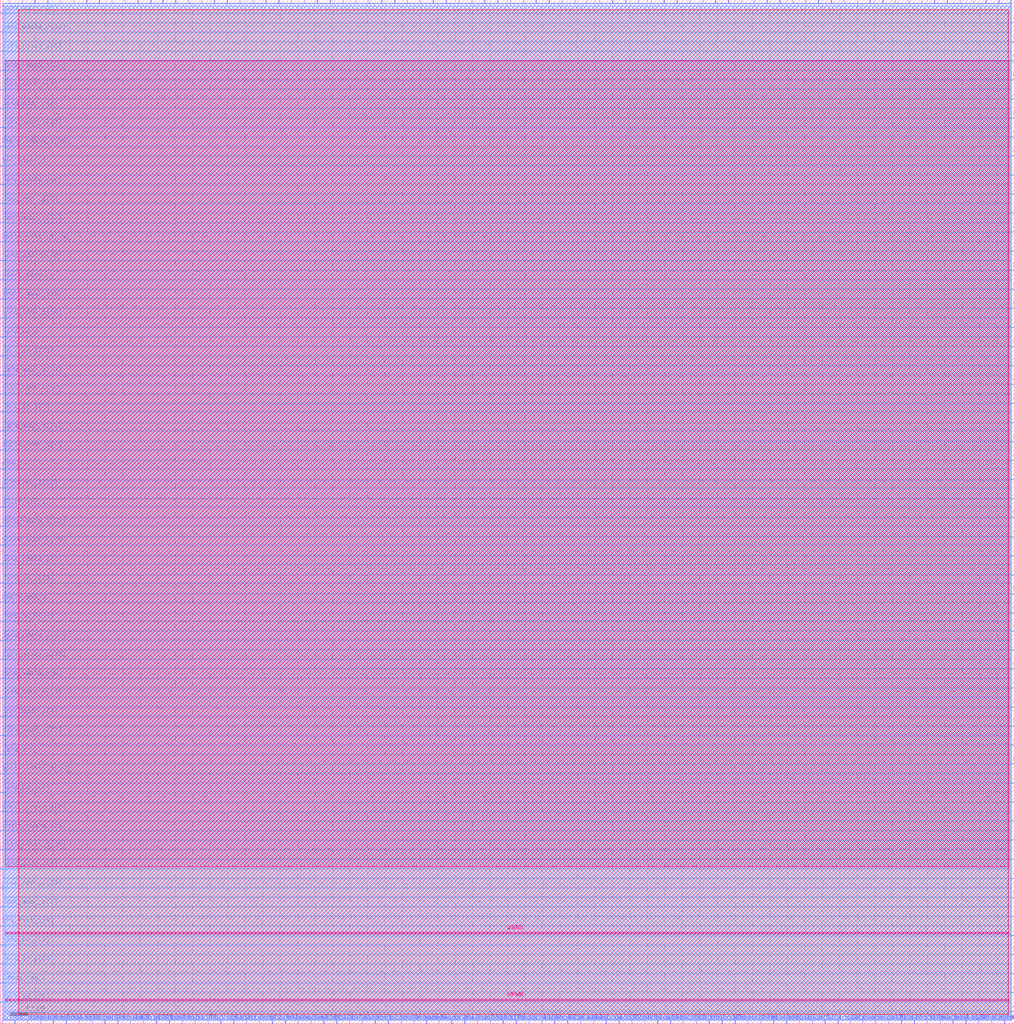
<source format=lef>
VERSION 5.7 ;
  NOWIREEXTENSIONATPIN ON ;
  DIVIDERCHAR "/" ;
  BUSBITCHARS "[]" ;
MACRO ibex_core
  CLASS BLOCK ;
  FOREIGN ibex_core ;
  ORIGIN 0.000 0.000 ;
  SIZE 1159.485 BY 1170.205 ;
  PIN alert_major_o
    DIRECTION OUTPUT TRISTATE ;
    PORT
      LAYER met2 ;
        RECT 722.290 0.000 722.570 4.000 ;
    END
  END alert_major_o
  PIN alert_minor_o
    DIRECTION OUTPUT TRISTATE ;
    PORT
      LAYER met3 ;
        RECT 0.000 850.040 4.000 850.640 ;
    END
  END alert_minor_o
  PIN boot_addr_i[0]
    DIRECTION INPUT ;
    PORT
      LAYER met2 ;
        RECT 1089.370 0.000 1089.650 4.000 ;
    END
  END boot_addr_i[0]
  PIN boot_addr_i[10]
    DIRECTION INPUT ;
    PORT
      LAYER met2 ;
        RECT 1141.810 1166.205 1142.090 1170.205 ;
    END
  END boot_addr_i[10]
  PIN boot_addr_i[11]
    DIRECTION INPUT ;
    PORT
      LAYER met3 ;
        RECT 1155.485 340.040 1159.485 340.640 ;
    END
  END boot_addr_i[11]
  PIN boot_addr_i[12]
    DIRECTION INPUT ;
    PORT
      LAYER met2 ;
        RECT 465.610 1166.205 465.890 1170.205 ;
    END
  END boot_addr_i[12]
  PIN boot_addr_i[13]
    DIRECTION INPUT ;
    PORT
      LAYER met3 ;
        RECT 0.000 915.320 4.000 915.920 ;
    END
  END boot_addr_i[13]
  PIN boot_addr_i[14]
    DIRECTION INPUT ;
    PORT
      LAYER met2 ;
        RECT 530.930 0.000 531.210 4.000 ;
    END
  END boot_addr_i[14]
  PIN boot_addr_i[15]
    DIRECTION INPUT ;
    PORT
      LAYER met3 ;
        RECT 0.000 806.520 4.000 807.120 ;
    END
  END boot_addr_i[15]
  PIN boot_addr_i[16]
    DIRECTION INPUT ;
    PORT
      LAYER met2 ;
        RECT 759.090 1166.205 759.370 1170.205 ;
    END
  END boot_addr_i[16]
  PIN boot_addr_i[17]
    DIRECTION INPUT ;
    PORT
      LAYER met2 ;
        RECT 10.210 1166.205 10.490 1170.205 ;
    END
  END boot_addr_i[17]
  PIN boot_addr_i[18]
    DIRECTION INPUT ;
    PORT
      LAYER met2 ;
        RECT 83.810 1166.205 84.090 1170.205 ;
    END
  END boot_addr_i[18]
  PIN boot_addr_i[19]
    DIRECTION INPUT ;
    PORT
      LAYER met2 ;
        RECT 178.570 0.000 178.850 4.000 ;
    END
  END boot_addr_i[19]
  PIN boot_addr_i[1]
    DIRECTION INPUT ;
    PORT
      LAYER met3 ;
        RECT 0.000 133.320 4.000 133.920 ;
    END
  END boot_addr_i[1]
  PIN boot_addr_i[20]
    DIRECTION INPUT ;
    PORT
      LAYER met2 ;
        RECT 487.690 0.000 487.970 4.000 ;
    END
  END boot_addr_i[20]
  PIN boot_addr_i[21]
    DIRECTION INPUT ;
    PORT
      LAYER met2 ;
        RECT 39.650 1166.205 39.930 1170.205 ;
    END
  END boot_addr_i[21]
  PIN boot_addr_i[22]
    DIRECTION INPUT ;
    PORT
      LAYER met2 ;
        RECT 553.930 1166.205 554.210 1170.205 ;
    END
  END boot_addr_i[22]
  PIN boot_addr_i[23]
    DIRECTION INPUT ;
    PORT
      LAYER met2 ;
        RECT 692.850 0.000 693.130 4.000 ;
    END
  END boot_addr_i[23]
  PIN boot_addr_i[24]
    DIRECTION INPUT ;
    PORT
      LAYER met2 ;
        RECT 281.610 0.000 281.890 4.000 ;
    END
  END boot_addr_i[24]
  PIN boot_addr_i[25]
    DIRECTION INPUT ;
    PORT
      LAYER met2 ;
        RECT 369.930 0.000 370.210 4.000 ;
    END
  END boot_addr_i[25]
  PIN boot_addr_i[26]
    DIRECTION INPUT ;
    PORT
      LAYER met2 ;
        RECT 1015.770 0.000 1016.050 4.000 ;
    END
  END boot_addr_i[26]
  PIN boot_addr_i[27]
    DIRECTION INPUT ;
    PORT
      LAYER met2 ;
        RECT 575.090 0.000 575.370 4.000 ;
    END
  END boot_addr_i[27]
  PIN boot_addr_i[28]
    DIRECTION INPUT ;
    PORT
      LAYER met2 ;
        RECT 781.170 0.000 781.450 4.000 ;
    END
  END boot_addr_i[28]
  PIN boot_addr_i[29]
    DIRECTION INPUT ;
    PORT
      LAYER met2 ;
        RECT 803.250 1166.205 803.530 1170.205 ;
    END
  END boot_addr_i[29]
  PIN boot_addr_i[2]
    DIRECTION INPUT ;
    PORT
      LAYER met3 ;
        RECT 0.000 1067.640 4.000 1068.240 ;
    END
  END boot_addr_i[2]
  PIN boot_addr_i[30]
    DIRECTION INPUT ;
    PORT
      LAYER met2 ;
        RECT 75.530 0.000 75.810 4.000 ;
    END
  END boot_addr_i[30]
  PIN boot_addr_i[31]
    DIRECTION INPUT ;
    PORT
      LAYER met2 ;
        RECT 598.090 1166.205 598.370 1170.205 ;
    END
  END boot_addr_i[31]
  PIN boot_addr_i[3]
    DIRECTION INPUT ;
    PORT
      LAYER met3 ;
        RECT 0.000 937.080 4.000 937.680 ;
    END
  END boot_addr_i[3]
  PIN boot_addr_i[4]
    DIRECTION INPUT ;
    PORT
      LAYER met3 ;
        RECT 1155.485 78.920 1159.485 79.520 ;
    END
  END boot_addr_i[4]
  PIN boot_addr_i[5]
    DIRECTION INPUT ;
    PORT
      LAYER met3 ;
        RECT 1155.485 1078.520 1159.485 1079.120 ;
    END
  END boot_addr_i[5]
  PIN boot_addr_i[6]
    DIRECTION INPUT ;
    PORT
      LAYER met2 ;
        RECT 854.770 0.000 855.050 4.000 ;
    END
  END boot_addr_i[6]
  PIN boot_addr_i[7]
    DIRECTION INPUT ;
    PORT
      LAYER met3 ;
        RECT 0.000 350.920 4.000 351.520 ;
    END
  END boot_addr_i[7]
  PIN boot_addr_i[8]
    DIRECTION INPUT ;
    PORT
      LAYER met2 ;
        RECT 972.530 0.000 972.810 4.000 ;
    END
  END boot_addr_i[8]
  PIN boot_addr_i[9]
    DIRECTION INPUT ;
    PORT
      LAYER met2 ;
        RECT 384.650 0.000 384.930 4.000 ;
    END
  END boot_addr_i[9]
  PIN clk_i
    DIRECTION INPUT ;
    PORT
      LAYER met2 ;
        RECT 913.650 0.000 913.930 4.000 ;
    END
  END clk_i
  PIN core_sleep_o
    DIRECTION OUTPUT TRISTATE ;
    PORT
      LAYER met2 ;
        RECT 700.210 1166.205 700.490 1170.205 ;
    END
  END core_sleep_o
  PIN data_addr_o[0]
    DIRECTION OUTPUT TRISTATE ;
    PORT
      LAYER met3 ;
        RECT 1155.485 1035.000 1159.485 1035.600 ;
    END
  END data_addr_o[0]
  PIN data_addr_o[10]
    DIRECTION OUTPUT TRISTATE ;
    PORT
      LAYER met3 ;
        RECT 0.000 1024.120 4.000 1024.720 ;
    END
  END data_addr_o[10]
  PIN data_addr_o[11]
    DIRECTION OUTPUT TRISTATE ;
    PORT
      LAYER met3 ;
        RECT 0.000 372.680 4.000 373.280 ;
    END
  END data_addr_o[11]
  PIN data_addr_o[12]
    DIRECTION OUTPUT TRISTATE ;
    PORT
      LAYER met3 ;
        RECT 0.000 871.800 4.000 872.400 ;
    END
  END data_addr_o[12]
  PIN data_addr_o[13]
    DIRECTION OUTPUT TRISTATE ;
    PORT
      LAYER met3 ;
        RECT 0.000 677.320 4.000 677.920 ;
    END
  END data_addr_o[13]
  PIN data_addr_o[14]
    DIRECTION OUTPUT TRISTATE ;
    PORT
      LAYER met2 ;
        RECT 950.450 1166.205 950.730 1170.205 ;
    END
  END data_addr_o[14]
  PIN data_addr_o[15]
    DIRECTION OUTPUT TRISTATE ;
    PORT
      LAYER met3 ;
        RECT 1155.485 839.160 1159.485 839.760 ;
    END
  END data_addr_o[15]
  PIN data_addr_o[16]
    DIRECTION OUTPUT TRISTATE ;
    PORT
      LAYER met2 ;
        RECT 472.970 0.000 473.250 4.000 ;
    END
  END data_addr_o[16]
  PIN data_addr_o[17]
    DIRECTION OUTPUT TRISTATE ;
    PORT
      LAYER met2 ;
        RECT 333.130 1166.205 333.410 1170.205 ;
    END
  END data_addr_o[17]
  PIN data_addr_o[18]
    DIRECTION OUTPUT TRISTATE ;
    PORT
      LAYER met2 ;
        RECT 737.010 0.000 737.290 4.000 ;
    END
  END data_addr_o[18]
  PIN data_addr_o[19]
    DIRECTION OUTPUT TRISTATE ;
    PORT
      LAYER met3 ;
        RECT 0.000 719.480 4.000 720.080 ;
    END
  END data_addr_o[19]
  PIN data_addr_o[1]
    DIRECTION OUTPUT TRISTATE ;
    PORT
      LAYER met3 ;
        RECT 1155.485 1100.280 1159.485 1100.880 ;
    END
  END data_addr_o[1]
  PIN data_addr_o[20]
    DIRECTION OUTPUT TRISTATE ;
    PORT
      LAYER met2 ;
        RECT 355.210 0.000 355.490 4.000 ;
    END
  END data_addr_o[20]
  PIN data_addr_o[21]
    DIRECTION OUTPUT TRISTATE ;
    PORT
      LAYER met3 ;
        RECT 1155.485 13.640 1159.485 14.240 ;
    END
  END data_addr_o[21]
  PIN data_addr_o[22]
    DIRECTION OUTPUT TRISTATE ;
    PORT
      LAYER met3 ;
        RECT 0.000 329.160 4.000 329.760 ;
    END
  END data_addr_o[22]
  PIN data_addr_o[23]
    DIRECTION OUTPUT TRISTATE ;
    PORT
      LAYER met3 ;
        RECT 1155.485 730.360 1159.485 730.960 ;
    END
  END data_addr_o[23]
  PIN data_addr_o[24]
    DIRECTION OUTPUT TRISTATE ;
    PORT
      LAYER met3 ;
        RECT 0.000 741.240 4.000 741.840 ;
    END
  END data_addr_o[24]
  PIN data_addr_o[25]
    DIRECTION OUTPUT TRISTATE ;
    PORT
      LAYER met3 ;
        RECT 0.000 155.080 4.000 155.680 ;
    END
  END data_addr_o[25]
  PIN data_addr_o[26]
    DIRECTION OUTPUT TRISTATE ;
    PORT
      LAYER met2 ;
        RECT 604.530 0.000 604.810 4.000 ;
    END
  END data_addr_o[26]
  PIN data_addr_o[27]
    DIRECTION OUTPUT TRISTATE ;
    PORT
      LAYER met2 ;
        RECT 1127.090 1166.205 1127.370 1170.205 ;
    END
  END data_addr_o[27]
  PIN data_addr_o[28]
    DIRECTION OUTPUT TRISTATE ;
    PORT
      LAYER met3 ;
        RECT 1155.485 621.560 1159.485 622.160 ;
    END
  END data_addr_o[28]
  PIN data_addr_o[29]
    DIRECTION OUTPUT TRISTATE ;
    PORT
      LAYER met2 ;
        RECT 303.690 1166.205 303.970 1170.205 ;
    END
  END data_addr_o[29]
  PIN data_addr_o[2]
    DIRECTION OUTPUT TRISTATE ;
    PORT
      LAYER met3 ;
        RECT 0.000 1045.880 4.000 1046.480 ;
    END
  END data_addr_o[2]
  PIN data_addr_o[30]
    DIRECTION OUTPUT TRISTATE ;
    PORT
      LAYER met2 ;
        RECT 729.650 1166.205 729.930 1170.205 ;
    END
  END data_addr_o[30]
  PIN data_addr_o[31]
    DIRECTION OUTPUT TRISTATE ;
    PORT
      LAYER met3 ;
        RECT 1155.485 1013.240 1159.485 1013.840 ;
    END
  END data_addr_o[31]
  PIN data_addr_o[3]
    DIRECTION OUTPUT TRISTATE ;
    PORT
      LAYER met3 ;
        RECT 0.000 176.840 4.000 177.440 ;
    END
  END data_addr_o[3]
  PIN data_addr_o[4]
    DIRECTION OUTPUT TRISTATE ;
    PORT
      LAYER met3 ;
        RECT 1155.485 405.320 1159.485 405.920 ;
    END
  END data_addr_o[4]
  PIN data_addr_o[5]
    DIRECTION OUTPUT TRISTATE ;
    PORT
      LAYER met3 ;
        RECT 1155.485 708.600 1159.485 709.200 ;
    END
  END data_addr_o[5]
  PIN data_addr_o[6]
    DIRECTION OUTPUT TRISTATE ;
    PORT
      LAYER met3 ;
        RECT 0.000 1154.680 4.000 1155.280 ;
    END
  END data_addr_o[6]
  PIN data_addr_o[7]
    DIRECTION OUTPUT TRISTATE ;
    PORT
      LAYER met2 ;
        RECT 399.370 0.000 399.650 4.000 ;
    END
  END data_addr_o[7]
  PIN data_addr_o[8]
    DIRECTION OUTPUT TRISTATE ;
    PORT
      LAYER met3 ;
        RECT 1155.485 361.800 1159.485 362.400 ;
    END
  END data_addr_o[8]
  PIN data_addr_o[9]
    DIRECTION OUTPUT TRISTATE ;
    PORT
      LAYER met2 ;
        RECT 766.450 0.000 766.730 4.000 ;
    END
  END data_addr_o[9]
  PIN data_be_o[0]
    DIRECTION OUTPUT TRISTATE ;
    PORT
      LAYER met3 ;
        RECT 0.000 263.880 4.000 264.480 ;
    END
  END data_be_o[0]
  PIN data_be_o[1]
    DIRECTION OUTPUT TRISTATE ;
    PORT
      LAYER met2 ;
        RECT 392.010 1166.205 392.290 1170.205 ;
    END
  END data_be_o[1]
  PIN data_be_o[2]
    DIRECTION OUTPUT TRISTATE ;
    PORT
      LAYER met3 ;
        RECT 0.000 89.800 4.000 90.400 ;
    END
  END data_be_o[2]
  PIN data_be_o[3]
    DIRECTION OUTPUT TRISTATE ;
    PORT
      LAYER met2 ;
        RECT 832.690 1166.205 832.970 1170.205 ;
    END
  END data_be_o[3]
  PIN data_err_i
    DIRECTION INPUT ;
    PORT
      LAYER met3 ;
        RECT 0.000 307.400 4.000 308.000 ;
    END
  END data_err_i
  PIN data_gnt_i
    DIRECTION INPUT ;
    PORT
      LAYER met3 ;
        RECT 1155.485 144.200 1159.485 144.800 ;
    END
  END data_gnt_i
  PIN data_rdata_i[0]
    DIRECTION INPUT ;
    PORT
      LAYER met3 ;
        RECT 0.000 525.000 4.000 525.600 ;
    END
  END data_rdata_i[0]
  PIN data_rdata_i[10]
    DIRECTION INPUT ;
    PORT
      LAYER met2 ;
        RECT 516.210 0.000 516.490 4.000 ;
    END
  END data_rdata_i[10]
  PIN data_rdata_i[11]
    DIRECTION INPUT ;
    PORT
      LAYER met2 ;
        RECT 840.050 0.000 840.330 4.000 ;
    END
  END data_rdata_i[11]
  PIN data_rdata_i[12]
    DIRECTION INPUT ;
    PORT
      LAYER met2 ;
        RECT 436.170 1166.205 436.450 1170.205 ;
    END
  END data_rdata_i[12]
  PIN data_rdata_i[13]
    DIRECTION INPUT ;
    PORT
      LAYER met2 ;
        RECT 648.690 0.000 648.970 4.000 ;
    END
  END data_rdata_i[13]
  PIN data_rdata_i[14]
    DIRECTION INPUT ;
    PORT
      LAYER met3 ;
        RECT 1155.485 991.480 1159.485 992.080 ;
    END
  END data_rdata_i[14]
  PIN data_rdata_i[15]
    DIRECTION INPUT ;
    PORT
      LAYER met3 ;
        RECT 1155.485 1122.040 1159.485 1122.640 ;
    END
  END data_rdata_i[15]
  PIN data_rdata_i[16]
    DIRECTION INPUT ;
    PORT
      LAYER met3 ;
        RECT 0.000 437.960 4.000 438.560 ;
    END
  END data_rdata_i[16]
  PIN data_rdata_i[17]
    DIRECTION INPUT ;
    PORT
      LAYER met3 ;
        RECT 1155.485 643.320 1159.485 643.920 ;
    END
  END data_rdata_i[17]
  PIN data_rdata_i[18]
    DIRECTION INPUT ;
    PORT
      LAYER met2 ;
        RECT 495.050 1166.205 495.330 1170.205 ;
    END
  END data_rdata_i[18]
  PIN data_rdata_i[19]
    DIRECTION INPUT ;
    PORT
      LAYER met2 ;
        RECT 31.370 0.000 31.650 4.000 ;
    END
  END data_rdata_i[19]
  PIN data_rdata_i[1]
    DIRECTION INPUT ;
    PORT
      LAYER met2 ;
        RECT 252.170 0.000 252.450 4.000 ;
    END
  END data_rdata_i[1]
  PIN data_rdata_i[20]
    DIRECTION INPUT ;
    PORT
      LAYER met3 ;
        RECT 0.000 1089.400 4.000 1090.000 ;
    END
  END data_rdata_i[20]
  PIN data_rdata_i[21]
    DIRECTION INPUT ;
    PORT
      LAYER met3 ;
        RECT 0.000 568.520 4.000 569.120 ;
    END
  END data_rdata_i[21]
  PIN data_rdata_i[22]
    DIRECTION INPUT ;
    PORT
      LAYER met3 ;
        RECT 1155.485 469.240 1159.485 469.840 ;
    END
  END data_rdata_i[22]
  PIN data_rdata_i[23]
    DIRECTION INPUT ;
    PORT
      LAYER met2 ;
        RECT 296.330 0.000 296.610 4.000 ;
    END
  END data_rdata_i[23]
  PIN data_rdata_i[24]
    DIRECTION INPUT ;
    PORT
      LAYER met2 ;
        RECT 619.250 0.000 619.530 4.000 ;
    END
  END data_rdata_i[24]
  PIN data_rdata_i[25]
    DIRECTION INPUT ;
    PORT
      LAYER met2 ;
        RECT 965.170 1166.205 965.450 1170.205 ;
    END
  END data_rdata_i[25]
  PIN data_rdata_i[26]
    DIRECTION INPUT ;
    PORT
      LAYER met3 ;
        RECT 0.000 198.600 4.000 199.200 ;
    END
  END data_rdata_i[26]
  PIN data_rdata_i[27]
    DIRECTION INPUT ;
    PORT
      LAYER met3 ;
        RECT 1155.485 1143.800 1159.485 1144.400 ;
    END
  END data_rdata_i[27]
  PIN data_rdata_i[28]
    DIRECTION INPUT ;
    PORT
      LAYER met2 ;
        RECT 501.490 0.000 501.770 4.000 ;
    END
  END data_rdata_i[28]
  PIN data_rdata_i[29]
    DIRECTION INPUT ;
    PORT
      LAYER met2 ;
        RECT 986.330 0.000 986.610 4.000 ;
    END
  END data_rdata_i[29]
  PIN data_rdata_i[2]
    DIRECTION INPUT ;
    PORT
      LAYER met2 ;
        RECT 560.370 0.000 560.650 4.000 ;
    END
  END data_rdata_i[2]
  PIN data_rdata_i[30]
    DIRECTION INPUT ;
    PORT
      LAYER met2 ;
        RECT 266.890 0.000 267.170 4.000 ;
    END
  END data_rdata_i[30]
  PIN data_rdata_i[31]
    DIRECTION INPUT ;
    PORT
      LAYER met2 ;
        RECT 274.250 1166.205 274.530 1170.205 ;
    END
  END data_rdata_i[31]
  PIN data_rdata_i[3]
    DIRECTION INPUT ;
    PORT
      LAYER met2 ;
        RECT 259.530 1166.205 259.810 1170.205 ;
    END
  END data_rdata_i[3]
  PIN data_rdata_i[4]
    DIRECTION INPUT ;
    PORT
      LAYER met2 ;
        RECT 185.930 1166.205 186.210 1170.205 ;
    END
  END data_rdata_i[4]
  PIN data_rdata_i[5]
    DIRECTION INPUT ;
    PORT
      LAYER met3 ;
        RECT 1155.485 35.400 1159.485 36.000 ;
    END
  END data_rdata_i[5]
  PIN data_rdata_i[6]
    DIRECTION INPUT ;
    PORT
      LAYER met3 ;
        RECT 0.000 1111.160 4.000 1111.760 ;
    END
  END data_rdata_i[6]
  PIN data_rdata_i[7]
    DIRECTION INPUT ;
    PORT
      LAYER met2 ;
        RECT 24.930 1166.205 25.210 1170.205 ;
    END
  END data_rdata_i[7]
  PIN data_rdata_i[8]
    DIRECTION INPUT ;
    PORT
      LAYER met2 ;
        RECT 98.530 1166.205 98.810 1170.205 ;
    END
  END data_rdata_i[8]
  PIN data_rdata_i[9]
    DIRECTION INPUT ;
    PORT
      LAYER met2 ;
        RECT 979.890 1166.205 980.170 1170.205 ;
    END
  END data_rdata_i[9]
  PIN data_req_o
    DIRECTION OUTPUT TRISTATE ;
    PORT
      LAYER met2 ;
        RECT 524.490 1166.205 524.770 1170.205 ;
    END
  END data_req_o
  PIN data_rvalid_i
    DIRECTION INPUT ;
    PORT
      LAYER met2 ;
        RECT 906.290 1166.205 906.570 1170.205 ;
    END
  END data_rvalid_i
  PIN data_wdata_o[0]
    DIRECTION OUTPUT TRISTATE ;
    PORT
      LAYER met3 ;
        RECT 0.000 958.840 4.000 959.440 ;
    END
  END data_wdata_o[0]
  PIN data_wdata_o[10]
    DIRECTION OUTPUT TRISTATE ;
    PORT
      LAYER met3 ;
        RECT 1155.485 665.080 1159.485 665.680 ;
    END
  END data_wdata_o[10]
  PIN data_wdata_o[11]
    DIRECTION OUTPUT TRISTATE ;
    PORT
      LAYER met3 ;
        RECT 1155.485 904.440 1159.485 905.040 ;
    END
  END data_wdata_o[11]
  PIN data_wdata_o[12]
    DIRECTION OUTPUT TRISTATE ;
    PORT
      LAYER met2 ;
        RECT 663.410 0.000 663.690 4.000 ;
    END
  END data_wdata_o[12]
  PIN data_wdata_o[13]
    DIRECTION OUTPUT TRISTATE ;
    PORT
      LAYER met3 ;
        RECT 1155.485 448.840 1159.485 449.440 ;
    END
  END data_wdata_o[13]
  PIN data_wdata_o[14]
    DIRECTION OUTPUT TRISTATE ;
    PORT
      LAYER met3 ;
        RECT 1155.485 383.560 1159.485 384.160 ;
    END
  END data_wdata_o[14]
  PIN data_wdata_o[15]
    DIRECTION OUTPUT TRISTATE ;
    PORT
      LAYER met3 ;
        RECT 1155.485 165.960 1159.485 166.560 ;
    END
  END data_wdata_o[15]
  PIN data_wdata_o[16]
    DIRECTION OUTPUT TRISTATE ;
    PORT
      LAYER met2 ;
        RECT 230.090 1166.205 230.370 1170.205 ;
    END
  END data_wdata_o[16]
  PIN data_wdata_o[17]
    DIRECTION OUTPUT TRISTATE ;
    PORT
      LAYER met2 ;
        RECT 509.770 1166.205 510.050 1170.205 ;
    END
  END data_wdata_o[17]
  PIN data_wdata_o[18]
    DIRECTION OUTPUT TRISTATE ;
    PORT
      LAYER met2 ;
        RECT 16.650 0.000 16.930 4.000 ;
    END
  END data_wdata_o[18]
  PIN data_wdata_o[19]
    DIRECTION OUTPUT TRISTATE ;
    PORT
      LAYER met2 ;
        RECT 1133.530 0.000 1133.810 4.000 ;
    END
  END data_wdata_o[19]
  PIN data_wdata_o[1]
    DIRECTION OUTPUT TRISTATE ;
    PORT
      LAYER met2 ;
        RECT 1118.810 0.000 1119.090 4.000 ;
    END
  END data_wdata_o[1]
  PIN data_wdata_o[20]
    DIRECTION OUTPUT TRISTATE ;
    PORT
      LAYER met2 ;
        RECT 1053.490 1166.205 1053.770 1170.205 ;
    END
  END data_wdata_o[20]
  PIN data_wdata_o[21]
    DIRECTION OUTPUT TRISTATE ;
    PORT
      LAYER met2 ;
        RECT 612.810 1166.205 613.090 1170.205 ;
    END
  END data_wdata_o[21]
  PIN data_wdata_o[22]
    DIRECTION OUTPUT TRISTATE ;
    PORT
      LAYER met3 ;
        RECT 0.000 1132.920 4.000 1133.520 ;
    END
  END data_wdata_o[22]
  PIN data_wdata_o[23]
    DIRECTION OUTPUT TRISTATE ;
    PORT
      LAYER met2 ;
        RECT 318.410 1166.205 318.690 1170.205 ;
    END
  END data_wdata_o[23]
  PIN data_wdata_o[24]
    DIRECTION OUTPUT TRISTATE ;
    PORT
      LAYER met2 ;
        RECT 1059.930 0.000 1060.210 4.000 ;
    END
  END data_wdata_o[24]
  PIN data_wdata_o[25]
    DIRECTION OUTPUT TRISTATE ;
    PORT
      LAYER met2 ;
        RECT 943.090 0.000 943.370 4.000 ;
    END
  END data_wdata_o[25]
  PIN data_wdata_o[26]
    DIRECTION OUTPUT TRISTATE ;
    PORT
      LAYER met2 ;
        RECT 46.090 0.000 46.370 4.000 ;
    END
  END data_wdata_o[26]
  PIN data_wdata_o[27]
    DIRECTION OUTPUT TRISTATE ;
    PORT
      LAYER met3 ;
        RECT 1155.485 556.280 1159.485 556.880 ;
    END
  END data_wdata_o[27]
  PIN data_wdata_o[28]
    DIRECTION OUTPUT TRISTATE ;
    PORT
      LAYER met2 ;
        RECT 921.010 1166.205 921.290 1170.205 ;
    END
  END data_wdata_o[28]
  PIN data_wdata_o[29]
    DIRECTION OUTPUT TRISTATE ;
    PORT
      LAYER met2 ;
        RECT 773.810 1166.205 774.090 1170.205 ;
    END
  END data_wdata_o[29]
  PIN data_wdata_o[2]
    DIRECTION OUTPUT TRISTATE ;
    PORT
      LAYER met3 ;
        RECT 1155.485 318.280 1159.485 318.880 ;
    END
  END data_wdata_o[2]
  PIN data_wdata_o[30]
    DIRECTION OUTPUT TRISTATE ;
    PORT
      LAYER met3 ;
        RECT 0.000 416.200 4.000 416.800 ;
    END
  END data_wdata_o[30]
  PIN data_wdata_o[31]
    DIRECTION OUTPUT TRISTATE ;
    PORT
      LAYER met2 ;
        RECT 414.090 0.000 414.370 4.000 ;
    END
  END data_wdata_o[31]
  PIN data_wdata_o[3]
    DIRECTION OUTPUT TRISTATE ;
    PORT
      LAYER met2 ;
        RECT 869.490 0.000 869.770 4.000 ;
    END
  END data_wdata_o[3]
  PIN data_wdata_o[4]
    DIRECTION OUTPUT TRISTATE ;
    PORT
      LAYER met3 ;
        RECT 1155.485 773.880 1159.485 774.480 ;
    END
  END data_wdata_o[4]
  PIN data_wdata_o[5]
    DIRECTION OUTPUT TRISTATE ;
    PORT
      LAYER met2 ;
        RECT 163.850 0.000 164.130 4.000 ;
    END
  END data_wdata_o[5]
  PIN data_wdata_o[6]
    DIRECTION OUTPUT TRISTATE ;
    PORT
      LAYER met2 ;
        RECT 876.850 1166.205 877.130 1170.205 ;
    END
  END data_wdata_o[6]
  PIN data_wdata_o[7]
    DIRECTION OUTPUT TRISTATE ;
    PORT
      LAYER met2 ;
        RECT 406.730 1166.205 407.010 1170.205 ;
    END
  END data_wdata_o[7]
  PIN data_wdata_o[8]
    DIRECTION OUTPUT TRISTATE ;
    PORT
      LAYER met2 ;
        RECT 884.210 0.000 884.490 4.000 ;
    END
  END data_wdata_o[8]
  PIN data_wdata_o[9]
    DIRECTION OUTPUT TRISTATE ;
    PORT
      LAYER met3 ;
        RECT 0.000 394.440 4.000 395.040 ;
    END
  END data_wdata_o[9]
  PIN data_we_o
    DIRECTION OUTPUT TRISTATE ;
    PORT
      LAYER met3 ;
        RECT 0.000 784.760 4.000 785.360 ;
    END
  END data_we_o
  PIN debug_req_i
    DIRECTION INPUT ;
    PORT
      LAYER met3 ;
        RECT 0.000 46.280 4.000 46.880 ;
    END
  END debug_req_i
  PIN fetch_enable_i
    DIRECTION INPUT ;
    PORT
      LAYER met2 ;
        RECT 583.370 1166.205 583.650 1170.205 ;
    END
  END fetch_enable_i
  PIN hart_id_i[0]
    DIRECTION INPUT ;
    PORT
      LAYER met3 ;
        RECT 0.000 699.080 4.000 699.680 ;
    END
  END hart_id_i[0]
  PIN hart_id_i[10]
    DIRECTION INPUT ;
    PORT
      LAYER met2 ;
        RECT 1104.090 0.000 1104.370 4.000 ;
    END
  END hart_id_i[10]
  PIN hart_id_i[11]
    DIRECTION INPUT ;
    PORT
      LAYER met3 ;
        RECT 0.000 459.720 4.000 460.320 ;
    END
  END hart_id_i[11]
  PIN hart_id_i[12]
    DIRECTION INPUT ;
    PORT
      LAYER met2 ;
        RECT 678.130 0.000 678.410 4.000 ;
    END
  END hart_id_i[12]
  PIN hart_id_i[13]
    DIRECTION INPUT ;
    PORT
      LAYER met2 ;
        RECT 633.970 0.000 634.250 4.000 ;
    END
  END hart_id_i[13]
  PIN hart_id_i[14]
    DIRECTION INPUT ;
    PORT
      LAYER met2 ;
        RECT 1148.250 0.000 1148.530 4.000 ;
    END
  END hart_id_i[14]
  PIN hart_id_i[15]
    DIRECTION INPUT ;
    PORT
      LAYER met2 ;
        RECT 362.570 1166.205 362.850 1170.205 ;
    END
  END hart_id_i[15]
  PIN hart_id_i[16]
    DIRECTION INPUT ;
    PORT
      LAYER met2 ;
        RECT 193.290 0.000 193.570 4.000 ;
    END
  END hart_id_i[16]
  PIN hart_id_i[17]
    DIRECTION INPUT ;
    PORT
      LAYER met2 ;
        RECT 377.290 1166.205 377.570 1170.205 ;
    END
  END hart_id_i[17]
  PIN hart_id_i[18]
    DIRECTION INPUT ;
    PORT
      LAYER met2 ;
        RECT 714.930 1166.205 715.210 1170.205 ;
    END
  END hart_id_i[18]
  PIN hart_id_i[19]
    DIRECTION INPUT ;
    PORT
      LAYER met2 ;
        RECT 1097.650 1166.205 1097.930 1170.205 ;
    END
  END hart_id_i[19]
  PIN hart_id_i[1]
    DIRECTION INPUT ;
    PORT
      LAYER met2 ;
        RECT 113.250 1166.205 113.530 1170.205 ;
    END
  END hart_id_i[1]
  PIN hart_id_i[20]
    DIRECTION INPUT ;
    PORT
      LAYER met3 ;
        RECT 1155.485 817.400 1159.485 818.000 ;
    END
  END hart_id_i[20]
  PIN hart_id_i[21]
    DIRECTION INPUT ;
    PORT
      LAYER met2 ;
        RECT 222.730 0.000 223.010 4.000 ;
    END
  END hart_id_i[21]
  PIN hart_id_i[22]
    DIRECTION INPUT ;
    PORT
      LAYER met3 ;
        RECT 1155.485 578.040 1159.485 578.640 ;
    END
  END hart_id_i[22]
  PIN hart_id_i[23]
    DIRECTION INPUT ;
    PORT
      LAYER met3 ;
        RECT 0.000 503.240 4.000 503.840 ;
    END
  END hart_id_i[23]
  PIN hart_id_i[24]
    DIRECTION INPUT ;
    PORT
      LAYER met3 ;
        RECT 0.000 68.040 4.000 68.640 ;
    END
  END hart_id_i[24]
  PIN hart_id_i[25]
    DIRECTION INPUT ;
    PORT
      LAYER met3 ;
        RECT 1155.485 296.520 1159.485 297.120 ;
    END
  END hart_id_i[25]
  PIN hart_id_i[26]
    DIRECTION INPUT ;
    PORT
      LAYER met2 ;
        RECT 928.370 0.000 928.650 4.000 ;
    END
  END hart_id_i[26]
  PIN hart_id_i[27]
    DIRECTION INPUT ;
    PORT
      LAYER met2 ;
        RECT 127.970 1166.205 128.250 1170.205 ;
    END
  END hart_id_i[27]
  PIN hart_id_i[28]
    DIRECTION INPUT ;
    PORT
      LAYER met2 ;
        RECT 60.810 0.000 61.090 4.000 ;
    END
  END hart_id_i[28]
  PIN hart_id_i[29]
    DIRECTION INPUT ;
    PORT
      LAYER met3 ;
        RECT 1155.485 860.920 1159.485 861.520 ;
    END
  END hart_id_i[29]
  PIN hart_id_i[2]
    DIRECTION INPUT ;
    PORT
      LAYER met2 ;
        RECT 795.890 0.000 796.170 4.000 ;
    END
  END hart_id_i[2]
  PIN hart_id_i[30]
    DIRECTION INPUT ;
    PORT
      LAYER met2 ;
        RECT 69.090 1166.205 69.370 1170.205 ;
    END
  END hart_id_i[30]
  PIN hart_id_i[31]
    DIRECTION INPUT ;
    PORT
      LAYER met3 ;
        RECT 0.000 763.000 4.000 763.600 ;
    END
  END hart_id_i[31]
  PIN hart_id_i[3]
    DIRECTION INPUT ;
    PORT
      LAYER met2 ;
        RECT 898.930 0.000 899.210 4.000 ;
    END
  END hart_id_i[3]
  PIN hart_id_i[4]
    DIRECTION INPUT ;
    PORT
      LAYER met2 ;
        RECT 237.450 0.000 237.730 4.000 ;
    END
  END hart_id_i[4]
  PIN hart_id_i[5]
    DIRECTION INPUT ;
    PORT
      LAYER met2 ;
        RECT 545.650 0.000 545.930 4.000 ;
    END
  END hart_id_i[5]
  PIN hart_id_i[6]
    DIRECTION INPUT ;
    PORT
      LAYER met3 ;
        RECT 1155.485 491.000 1159.485 491.600 ;
    END
  END hart_id_i[6]
  PIN hart_id_i[7]
    DIRECTION INPUT ;
    PORT
      LAYER met2 ;
        RECT 421.450 1166.205 421.730 1170.205 ;
    END
  END hart_id_i[7]
  PIN hart_id_i[8]
    DIRECTION INPUT ;
    PORT
      LAYER met3 ;
        RECT 0.000 24.520 4.000 25.120 ;
    END
  END hart_id_i[8]
  PIN hart_id_i[9]
    DIRECTION INPUT ;
    PORT
      LAYER met2 ;
        RECT 1074.650 0.000 1074.930 4.000 ;
    END
  END hart_id_i[9]
  PIN instr_addr_o[0]
    DIRECTION OUTPUT TRISTATE ;
    PORT
      LAYER met2 ;
        RECT 208.010 0.000 208.290 4.000 ;
    END
  END instr_addr_o[0]
  PIN instr_addr_o[10]
    DIRECTION OUTPUT TRISTATE ;
    PORT
      LAYER met2 ;
        RECT 90.250 0.000 90.530 4.000 ;
    END
  END instr_addr_o[10]
  PIN instr_addr_o[11]
    DIRECTION OUTPUT TRISTATE ;
    PORT
      LAYER met3 ;
        RECT 1155.485 187.720 1159.485 188.320 ;
    END
  END instr_addr_o[11]
  PIN instr_addr_o[12]
    DIRECTION OUTPUT TRISTATE ;
    PORT
      LAYER met2 ;
        RECT 685.490 1166.205 685.770 1170.205 ;
    END
  END instr_addr_o[12]
  PIN instr_addr_o[13]
    DIRECTION OUTPUT TRISTATE ;
    PORT
      LAYER met2 ;
        RECT 288.970 1166.205 289.250 1170.205 ;
    END
  END instr_addr_o[13]
  PIN instr_addr_o[14]
    DIRECTION OUTPUT TRISTATE ;
    PORT
      LAYER met2 ;
        RECT 172.130 1166.205 172.410 1170.205 ;
    END
  END instr_addr_o[14]
  PIN instr_addr_o[15]
    DIRECTION OUTPUT TRISTATE ;
    PORT
      LAYER met3 ;
        RECT 1155.485 969.720 1159.485 970.320 ;
    END
  END instr_addr_o[15]
  PIN instr_addr_o[16]
    DIRECTION OUTPUT TRISTATE ;
    PORT
      LAYER met2 ;
        RECT 215.370 1166.205 215.650 1170.205 ;
    END
  END instr_addr_o[16]
  PIN instr_addr_o[17]
    DIRECTION OUTPUT TRISTATE ;
    PORT
      LAYER met2 ;
        RECT 810.610 0.000 810.890 4.000 ;
    END
  END instr_addr_o[17]
  PIN instr_addr_o[18]
    DIRECTION OUTPUT TRISTATE ;
    PORT
      LAYER met2 ;
        RECT 1024.050 1166.205 1024.330 1170.205 ;
    END
  END instr_addr_o[18]
  PIN instr_addr_o[19]
    DIRECTION OUTPUT TRISTATE ;
    PORT
      LAYER met3 ;
        RECT 1155.485 427.080 1159.485 427.680 ;
    END
  END instr_addr_o[19]
  PIN instr_addr_o[1]
    DIRECTION OUTPUT TRISTATE ;
    PORT
      LAYER met2 ;
        RECT 2.850 0.000 3.130 4.000 ;
    END
  END instr_addr_o[1]
  PIN instr_addr_o[20]
    DIRECTION OUTPUT TRISTATE ;
    PORT
      LAYER met2 ;
        RECT 157.410 1166.205 157.690 1170.205 ;
    END
  END instr_addr_o[20]
  PIN instr_addr_o[21]
    DIRECTION OUTPUT TRISTATE ;
    PORT
      LAYER met2 ;
        RECT 311.050 0.000 311.330 4.000 ;
    END
  END instr_addr_o[21]
  PIN instr_addr_o[22]
    DIRECTION OUTPUT TRISTATE ;
    PORT
      LAYER met2 ;
        RECT 149.130 0.000 149.410 4.000 ;
    END
  END instr_addr_o[22]
  PIN instr_addr_o[23]
    DIRECTION OUTPUT TRISTATE ;
    PORT
      LAYER met3 ;
        RECT 0.000 546.760 4.000 547.360 ;
    END
  END instr_addr_o[23]
  PIN instr_addr_o[24]
    DIRECTION OUTPUT TRISTATE ;
    PORT
      LAYER met3 ;
        RECT 1155.485 686.840 1159.485 687.440 ;
    END
  END instr_addr_o[24]
  PIN instr_addr_o[25]
    DIRECTION OUTPUT TRISTATE ;
    PORT
      LAYER met3 ;
        RECT 1155.485 231.240 1159.485 231.840 ;
    END
  END instr_addr_o[25]
  PIN instr_addr_o[26]
    DIRECTION OUTPUT TRISTATE ;
    PORT
      LAYER met2 ;
        RECT 443.530 0.000 443.810 4.000 ;
    END
  END instr_addr_o[26]
  PIN instr_addr_o[27]
    DIRECTION OUTPUT TRISTATE ;
    PORT
      LAYER met2 ;
        RECT 707.570 0.000 707.850 4.000 ;
    END
  END instr_addr_o[27]
  PIN instr_addr_o[28]
    DIRECTION OUTPUT TRISTATE ;
    PORT
      LAYER met2 ;
        RECT 862.130 1166.205 862.410 1170.205 ;
    END
  END instr_addr_o[28]
  PIN instr_addr_o[29]
    DIRECTION OUTPUT TRISTATE ;
    PORT
      LAYER met2 ;
        RECT 627.530 1166.205 627.810 1170.205 ;
    END
  END instr_addr_o[29]
  PIN instr_addr_o[2]
    DIRECTION OUTPUT TRISTATE ;
    PORT
      LAYER met3 ;
        RECT 1155.485 1056.760 1159.485 1057.360 ;
    END
  END instr_addr_o[2]
  PIN instr_addr_o[30]
    DIRECTION OUTPUT TRISTATE ;
    PORT
      LAYER met2 ;
        RECT 54.370 1166.205 54.650 1170.205 ;
    END
  END instr_addr_o[30]
  PIN instr_addr_o[31]
    DIRECTION OUTPUT TRISTATE ;
    PORT
      LAYER met2 ;
        RECT 104.970 0.000 105.250 4.000 ;
    END
  END instr_addr_o[31]
  PIN instr_addr_o[3]
    DIRECTION OUTPUT TRISTATE ;
    PORT
      LAYER met2 ;
        RECT 450.890 1166.205 451.170 1170.205 ;
    END
  END instr_addr_o[3]
  PIN instr_addr_o[4]
    DIRECTION OUTPUT TRISTATE ;
    PORT
      LAYER met2 ;
        RECT 1155.610 1166.205 1155.890 1170.205 ;
    END
  END instr_addr_o[4]
  PIN instr_addr_o[5]
    DIRECTION OUTPUT TRISTATE ;
    PORT
      LAYER met2 ;
        RECT 847.410 1166.205 847.690 1170.205 ;
    END
  END instr_addr_o[5]
  PIN instr_addr_o[6]
    DIRECTION OUTPUT TRISTATE ;
    PORT
      LAYER met2 ;
        RECT 1082.930 1166.205 1083.210 1170.205 ;
    END
  END instr_addr_o[6]
  PIN instr_addr_o[7]
    DIRECTION OUTPUT TRISTATE ;
    PORT
      LAYER met3 ;
        RECT 1155.485 752.120 1159.485 752.720 ;
    END
  END instr_addr_o[7]
  PIN instr_addr_o[8]
    DIRECTION OUTPUT TRISTATE ;
    PORT
      LAYER met3 ;
        RECT 0.000 828.280 4.000 828.880 ;
    END
  END instr_addr_o[8]
  PIN instr_addr_o[9]
    DIRECTION OUTPUT TRISTATE ;
    PORT
      LAYER met3 ;
        RECT 0.000 655.560 4.000 656.160 ;
    END
  END instr_addr_o[9]
  PIN instr_err_i
    DIRECTION INPUT ;
    PORT
      LAYER met3 ;
        RECT 0.000 590.280 4.000 590.880 ;
    END
  END instr_err_i
  PIN instr_gnt_i
    DIRECTION INPUT ;
    PORT
      LAYER met3 ;
        RECT 0.000 481.480 4.000 482.080 ;
    END
  END instr_gnt_i
  PIN instr_rdata_i[0]
    DIRECTION INPUT ;
    PORT
      LAYER met3 ;
        RECT 1155.485 57.160 1159.485 57.760 ;
    END
  END instr_rdata_i[0]
  PIN instr_rdata_i[10]
    DIRECTION INPUT ;
    PORT
      LAYER met2 ;
        RECT 1009.330 1166.205 1009.610 1170.205 ;
    END
  END instr_rdata_i[10]
  PIN instr_rdata_i[11]
    DIRECTION INPUT ;
    PORT
      LAYER met2 ;
        RECT 1045.210 0.000 1045.490 4.000 ;
    END
  END instr_rdata_i[11]
  PIN instr_rdata_i[12]
    DIRECTION INPUT ;
    PORT
      LAYER met2 ;
        RECT 957.810 0.000 958.090 4.000 ;
    END
  END instr_rdata_i[12]
  PIN instr_rdata_i[13]
    DIRECTION INPUT ;
    PORT
      LAYER met3 ;
        RECT 1155.485 100.680 1159.485 101.280 ;
    END
  END instr_rdata_i[13]
  PIN instr_rdata_i[14]
    DIRECTION INPUT ;
    PORT
      LAYER met2 ;
        RECT 1001.050 0.000 1001.330 4.000 ;
    END
  END instr_rdata_i[14]
  PIN instr_rdata_i[15]
    DIRECTION INPUT ;
    PORT
      LAYER met3 ;
        RECT 0.000 1002.360 4.000 1002.960 ;
    END
  END instr_rdata_i[15]
  PIN instr_rdata_i[16]
    DIRECTION INPUT ;
    PORT
      LAYER met2 ;
        RECT 347.850 1166.205 348.130 1170.205 ;
    END
  END instr_rdata_i[16]
  PIN instr_rdata_i[17]
    DIRECTION INPUT ;
    PORT
      LAYER met2 ;
        RECT 891.570 1166.205 891.850 1170.205 ;
    END
  END instr_rdata_i[17]
  PIN instr_rdata_i[18]
    DIRECTION INPUT ;
    PORT
      LAYER met2 ;
        RECT 788.530 1166.205 788.810 1170.205 ;
    END
  END instr_rdata_i[18]
  PIN instr_rdata_i[19]
    DIRECTION INPUT ;
    PORT
      LAYER met3 ;
        RECT 0.000 285.640 4.000 286.240 ;
    END
  END instr_rdata_i[19]
  PIN instr_rdata_i[1]
    DIRECTION INPUT ;
    PORT
      LAYER met2 ;
        RECT 1038.770 1166.205 1039.050 1170.205 ;
    END
  END instr_rdata_i[1]
  PIN instr_rdata_i[20]
    DIRECTION INPUT ;
    PORT
      LAYER met2 ;
        RECT 568.650 1166.205 568.930 1170.205 ;
    END
  END instr_rdata_i[20]
  PIN instr_rdata_i[21]
    DIRECTION INPUT ;
    PORT
      LAYER met3 ;
        RECT 0.000 893.560 4.000 894.160 ;
    END
  END instr_rdata_i[21]
  PIN instr_rdata_i[22]
    DIRECTION INPUT ;
    PORT
      LAYER met2 ;
        RECT 1112.370 1166.205 1112.650 1170.205 ;
    END
  END instr_rdata_i[22]
  PIN instr_rdata_i[23]
    DIRECTION INPUT ;
    PORT
      LAYER met2 ;
        RECT 119.690 0.000 119.970 4.000 ;
    END
  END instr_rdata_i[23]
  PIN instr_rdata_i[24]
    DIRECTION INPUT ;
    PORT
      LAYER met3 ;
        RECT 1155.485 512.760 1159.485 513.360 ;
    END
  END instr_rdata_i[24]
  PIN instr_rdata_i[25]
    DIRECTION INPUT ;
    PORT
      LAYER met2 ;
        RECT 935.730 1166.205 936.010 1170.205 ;
    END
  END instr_rdata_i[25]
  PIN instr_rdata_i[26]
    DIRECTION INPUT ;
    PORT
      LAYER met2 ;
        RECT 244.810 1166.205 245.090 1170.205 ;
    END
  END instr_rdata_i[26]
  PIN instr_rdata_i[27]
    DIRECTION INPUT ;
    PORT
      LAYER met2 ;
        RECT 1068.210 1166.205 1068.490 1170.205 ;
    END
  END instr_rdata_i[27]
  PIN instr_rdata_i[28]
    DIRECTION INPUT ;
    PORT
      LAYER met3 ;
        RECT 1155.485 795.640 1159.485 796.240 ;
    END
  END instr_rdata_i[28]
  PIN instr_rdata_i[29]
    DIRECTION INPUT ;
    PORT
      LAYER met2 ;
        RECT 656.970 1166.205 657.250 1170.205 ;
    END
  END instr_rdata_i[29]
  PIN instr_rdata_i[2]
    DIRECTION INPUT ;
    PORT
      LAYER met2 ;
        RECT 200.650 1166.205 200.930 1170.205 ;
    END
  END instr_rdata_i[2]
  PIN instr_rdata_i[30]
    DIRECTION INPUT ;
    PORT
      LAYER met2 ;
        RECT 994.610 1166.205 994.890 1170.205 ;
    END
  END instr_rdata_i[30]
  PIN instr_rdata_i[31]
    DIRECTION INPUT ;
    PORT
      LAYER met2 ;
        RECT 817.970 1166.205 818.250 1170.205 ;
    END
  END instr_rdata_i[31]
  PIN instr_rdata_i[3]
    DIRECTION INPUT ;
    PORT
      LAYER met2 ;
        RECT 428.810 0.000 429.090 4.000 ;
    END
  END instr_rdata_i[3]
  PIN instr_rdata_i[4]
    DIRECTION INPUT ;
    PORT
      LAYER met2 ;
        RECT 1030.490 0.000 1030.770 4.000 ;
    END
  END instr_rdata_i[4]
  PIN instr_rdata_i[5]
    DIRECTION INPUT ;
    PORT
      LAYER met3 ;
        RECT 0.000 242.120 4.000 242.720 ;
    END
  END instr_rdata_i[5]
  PIN instr_rdata_i[6]
    DIRECTION INPUT ;
    PORT
      LAYER met2 ;
        RECT 142.690 1166.205 142.970 1170.205 ;
    END
  END instr_rdata_i[6]
  PIN instr_rdata_i[7]
    DIRECTION INPUT ;
    PORT
      LAYER met2 ;
        RECT 589.810 0.000 590.090 4.000 ;
    END
  END instr_rdata_i[7]
  PIN instr_rdata_i[8]
    DIRECTION INPUT ;
    PORT
      LAYER met3 ;
        RECT 1155.485 947.960 1159.485 948.560 ;
    END
  END instr_rdata_i[8]
  PIN instr_rdata_i[9]
    DIRECTION INPUT ;
    PORT
      LAYER met3 ;
        RECT 0.000 220.360 4.000 220.960 ;
    END
  END instr_rdata_i[9]
  PIN instr_req_o
    DIRECTION OUTPUT TRISTATE ;
    PORT
      LAYER met2 ;
        RECT 458.250 0.000 458.530 4.000 ;
    END
  END instr_req_o
  PIN instr_rvalid_i
    DIRECTION INPUT ;
    PORT
      LAYER met3 ;
        RECT 1155.485 122.440 1159.485 123.040 ;
    END
  END instr_rvalid_i
  PIN irq_external_i
    DIRECTION INPUT ;
    PORT
      LAYER met2 ;
        RECT 744.370 1166.205 744.650 1170.205 ;
    END
  END irq_external_i
  PIN irq_fast_i[0]
    DIRECTION INPUT ;
    PORT
      LAYER met2 ;
        RECT 480.330 1166.205 480.610 1170.205 ;
    END
  END irq_fast_i[0]
  PIN irq_fast_i[10]
    DIRECTION INPUT ;
    PORT
      LAYER met2 ;
        RECT 325.770 0.000 326.050 4.000 ;
    END
  END irq_fast_i[10]
  PIN irq_fast_i[11]
    DIRECTION INPUT ;
    PORT
      LAYER met2 ;
        RECT 134.410 0.000 134.690 4.000 ;
    END
  END irq_fast_i[11]
  PIN irq_fast_i[12]
    DIRECTION INPUT ;
    PORT
      LAYER met3 ;
        RECT 0.000 612.040 4.000 612.640 ;
    END
  END irq_fast_i[12]
  PIN irq_fast_i[13]
    DIRECTION INPUT ;
    PORT
      LAYER met2 ;
        RECT 340.490 0.000 340.770 4.000 ;
    END
  END irq_fast_i[13]
  PIN irq_fast_i[14]
    DIRECTION INPUT ;
    PORT
      LAYER met2 ;
        RECT 825.330 0.000 825.610 4.000 ;
    END
  END irq_fast_i[14]
  PIN irq_fast_i[1]
    DIRECTION INPUT ;
    PORT
      LAYER met2 ;
        RECT 642.250 1166.205 642.530 1170.205 ;
    END
  END irq_fast_i[1]
  PIN irq_fast_i[2]
    DIRECTION INPUT ;
    PORT
      LAYER met3 ;
        RECT 1155.485 882.680 1159.485 883.280 ;
    END
  END irq_fast_i[2]
  PIN irq_fast_i[3]
    DIRECTION INPUT ;
    PORT
      LAYER met3 ;
        RECT 1155.485 209.480 1159.485 210.080 ;
    END
  END irq_fast_i[3]
  PIN irq_fast_i[4]
    DIRECTION INPUT ;
    PORT
      LAYER met3 ;
        RECT 1155.485 534.520 1159.485 535.120 ;
    END
  END irq_fast_i[4]
  PIN irq_fast_i[5]
    DIRECTION INPUT ;
    PORT
      LAYER met3 ;
        RECT 1155.485 274.760 1159.485 275.360 ;
    END
  END irq_fast_i[5]
  PIN irq_fast_i[6]
    DIRECTION INPUT ;
    PORT
      LAYER met3 ;
        RECT 0.000 111.560 4.000 112.160 ;
    END
  END irq_fast_i[6]
  PIN irq_fast_i[7]
    DIRECTION INPUT ;
    PORT
      LAYER met3 ;
        RECT 1155.485 599.800 1159.485 600.400 ;
    END
  END irq_fast_i[7]
  PIN irq_fast_i[8]
    DIRECTION INPUT ;
    PORT
      LAYER met2 ;
        RECT 751.730 0.000 752.010 4.000 ;
    END
  END irq_fast_i[8]
  PIN irq_fast_i[9]
    DIRECTION INPUT ;
    PORT
      LAYER met2 ;
        RECT 670.770 1166.205 671.050 1170.205 ;
    END
  END irq_fast_i[9]
  PIN irq_nm_i
    DIRECTION INPUT ;
    PORT
      LAYER met3 ;
        RECT 1155.485 253.000 1159.485 253.600 ;
    END
  END irq_nm_i
  PIN irq_software_i
    DIRECTION INPUT ;
    PORT
      LAYER met3 ;
        RECT 1155.485 926.200 1159.485 926.800 ;
    END
  END irq_software_i
  PIN irq_timer_i
    DIRECTION INPUT ;
    PORT
      LAYER met3 ;
        RECT 0.000 980.600 4.000 981.200 ;
    END
  END irq_timer_i
  PIN rst_ni
    DIRECTION INPUT ;
    PORT
      LAYER met3 ;
        RECT 0.000 633.800 4.000 634.400 ;
    END
  END rst_ni
  PIN test_en_i
    DIRECTION INPUT ;
    PORT
      LAYER met2 ;
        RECT 539.210 1166.205 539.490 1170.205 ;
    END
  END test_en_i
  PIN VPWR
    DIRECTION INPUT ;
    USE POWER ;
    PORT
      LAYER met5 ;
        RECT 5.520 26.490 1153.680 28.090 ;
    END
  END VPWR
  PIN VGND
    DIRECTION INPUT ;
    USE GROUND ;
    PORT
      LAYER met5 ;
        RECT 5.520 103.080 1153.680 104.680 ;
    END
  END VGND
  OBS
      LAYER li1 ;
        RECT 5.520 10.795 1153.680 1158.805 ;
      LAYER met1 ;
        RECT 2.830 4.460 1155.910 1163.100 ;
      LAYER met2 ;
        RECT 2.860 1165.925 9.930 1166.205 ;
        RECT 10.770 1165.925 24.650 1166.205 ;
        RECT 25.490 1165.925 39.370 1166.205 ;
        RECT 40.210 1165.925 54.090 1166.205 ;
        RECT 54.930 1165.925 68.810 1166.205 ;
        RECT 69.650 1165.925 83.530 1166.205 ;
        RECT 84.370 1165.925 98.250 1166.205 ;
        RECT 99.090 1165.925 112.970 1166.205 ;
        RECT 113.810 1165.925 127.690 1166.205 ;
        RECT 128.530 1165.925 142.410 1166.205 ;
        RECT 143.250 1165.925 157.130 1166.205 ;
        RECT 157.970 1165.925 171.850 1166.205 ;
        RECT 172.690 1165.925 185.650 1166.205 ;
        RECT 186.490 1165.925 200.370 1166.205 ;
        RECT 201.210 1165.925 215.090 1166.205 ;
        RECT 215.930 1165.925 229.810 1166.205 ;
        RECT 230.650 1165.925 244.530 1166.205 ;
        RECT 245.370 1165.925 259.250 1166.205 ;
        RECT 260.090 1165.925 273.970 1166.205 ;
        RECT 274.810 1165.925 288.690 1166.205 ;
        RECT 289.530 1165.925 303.410 1166.205 ;
        RECT 304.250 1165.925 318.130 1166.205 ;
        RECT 318.970 1165.925 332.850 1166.205 ;
        RECT 333.690 1165.925 347.570 1166.205 ;
        RECT 348.410 1165.925 362.290 1166.205 ;
        RECT 363.130 1165.925 377.010 1166.205 ;
        RECT 377.850 1165.925 391.730 1166.205 ;
        RECT 392.570 1165.925 406.450 1166.205 ;
        RECT 407.290 1165.925 421.170 1166.205 ;
        RECT 422.010 1165.925 435.890 1166.205 ;
        RECT 436.730 1165.925 450.610 1166.205 ;
        RECT 451.450 1165.925 465.330 1166.205 ;
        RECT 466.170 1165.925 480.050 1166.205 ;
        RECT 480.890 1165.925 494.770 1166.205 ;
        RECT 495.610 1165.925 509.490 1166.205 ;
        RECT 510.330 1165.925 524.210 1166.205 ;
        RECT 525.050 1165.925 538.930 1166.205 ;
        RECT 539.770 1165.925 553.650 1166.205 ;
        RECT 554.490 1165.925 568.370 1166.205 ;
        RECT 569.210 1165.925 583.090 1166.205 ;
        RECT 583.930 1165.925 597.810 1166.205 ;
        RECT 598.650 1165.925 612.530 1166.205 ;
        RECT 613.370 1165.925 627.250 1166.205 ;
        RECT 628.090 1165.925 641.970 1166.205 ;
        RECT 642.810 1165.925 656.690 1166.205 ;
        RECT 657.530 1165.925 670.490 1166.205 ;
        RECT 671.330 1165.925 685.210 1166.205 ;
        RECT 686.050 1165.925 699.930 1166.205 ;
        RECT 700.770 1165.925 714.650 1166.205 ;
        RECT 715.490 1165.925 729.370 1166.205 ;
        RECT 730.210 1165.925 744.090 1166.205 ;
        RECT 744.930 1165.925 758.810 1166.205 ;
        RECT 759.650 1165.925 773.530 1166.205 ;
        RECT 774.370 1165.925 788.250 1166.205 ;
        RECT 789.090 1165.925 802.970 1166.205 ;
        RECT 803.810 1165.925 817.690 1166.205 ;
        RECT 818.530 1165.925 832.410 1166.205 ;
        RECT 833.250 1165.925 847.130 1166.205 ;
        RECT 847.970 1165.925 861.850 1166.205 ;
        RECT 862.690 1165.925 876.570 1166.205 ;
        RECT 877.410 1165.925 891.290 1166.205 ;
        RECT 892.130 1165.925 906.010 1166.205 ;
        RECT 906.850 1165.925 920.730 1166.205 ;
        RECT 921.570 1165.925 935.450 1166.205 ;
        RECT 936.290 1165.925 950.170 1166.205 ;
        RECT 951.010 1165.925 964.890 1166.205 ;
        RECT 965.730 1165.925 979.610 1166.205 ;
        RECT 980.450 1165.925 994.330 1166.205 ;
        RECT 995.170 1165.925 1009.050 1166.205 ;
        RECT 1009.890 1165.925 1023.770 1166.205 ;
        RECT 1024.610 1165.925 1038.490 1166.205 ;
        RECT 1039.330 1165.925 1053.210 1166.205 ;
        RECT 1054.050 1165.925 1067.930 1166.205 ;
        RECT 1068.770 1165.925 1082.650 1166.205 ;
        RECT 1083.490 1165.925 1097.370 1166.205 ;
        RECT 1098.210 1165.925 1112.090 1166.205 ;
        RECT 1112.930 1165.925 1126.810 1166.205 ;
        RECT 1127.650 1165.925 1141.530 1166.205 ;
        RECT 1142.370 1165.925 1155.330 1166.205 ;
        RECT 2.860 4.280 1155.880 1165.925 ;
        RECT 3.410 4.000 16.370 4.280 ;
        RECT 17.210 4.000 31.090 4.280 ;
        RECT 31.930 4.000 45.810 4.280 ;
        RECT 46.650 4.000 60.530 4.280 ;
        RECT 61.370 4.000 75.250 4.280 ;
        RECT 76.090 4.000 89.970 4.280 ;
        RECT 90.810 4.000 104.690 4.280 ;
        RECT 105.530 4.000 119.410 4.280 ;
        RECT 120.250 4.000 134.130 4.280 ;
        RECT 134.970 4.000 148.850 4.280 ;
        RECT 149.690 4.000 163.570 4.280 ;
        RECT 164.410 4.000 178.290 4.280 ;
        RECT 179.130 4.000 193.010 4.280 ;
        RECT 193.850 4.000 207.730 4.280 ;
        RECT 208.570 4.000 222.450 4.280 ;
        RECT 223.290 4.000 237.170 4.280 ;
        RECT 238.010 4.000 251.890 4.280 ;
        RECT 252.730 4.000 266.610 4.280 ;
        RECT 267.450 4.000 281.330 4.280 ;
        RECT 282.170 4.000 296.050 4.280 ;
        RECT 296.890 4.000 310.770 4.280 ;
        RECT 311.610 4.000 325.490 4.280 ;
        RECT 326.330 4.000 340.210 4.280 ;
        RECT 341.050 4.000 354.930 4.280 ;
        RECT 355.770 4.000 369.650 4.280 ;
        RECT 370.490 4.000 384.370 4.280 ;
        RECT 385.210 4.000 399.090 4.280 ;
        RECT 399.930 4.000 413.810 4.280 ;
        RECT 414.650 4.000 428.530 4.280 ;
        RECT 429.370 4.000 443.250 4.280 ;
        RECT 444.090 4.000 457.970 4.280 ;
        RECT 458.810 4.000 472.690 4.280 ;
        RECT 473.530 4.000 487.410 4.280 ;
        RECT 488.250 4.000 501.210 4.280 ;
        RECT 502.050 4.000 515.930 4.280 ;
        RECT 516.770 4.000 530.650 4.280 ;
        RECT 531.490 4.000 545.370 4.280 ;
        RECT 546.210 4.000 560.090 4.280 ;
        RECT 560.930 4.000 574.810 4.280 ;
        RECT 575.650 4.000 589.530 4.280 ;
        RECT 590.370 4.000 604.250 4.280 ;
        RECT 605.090 4.000 618.970 4.280 ;
        RECT 619.810 4.000 633.690 4.280 ;
        RECT 634.530 4.000 648.410 4.280 ;
        RECT 649.250 4.000 663.130 4.280 ;
        RECT 663.970 4.000 677.850 4.280 ;
        RECT 678.690 4.000 692.570 4.280 ;
        RECT 693.410 4.000 707.290 4.280 ;
        RECT 708.130 4.000 722.010 4.280 ;
        RECT 722.850 4.000 736.730 4.280 ;
        RECT 737.570 4.000 751.450 4.280 ;
        RECT 752.290 4.000 766.170 4.280 ;
        RECT 767.010 4.000 780.890 4.280 ;
        RECT 781.730 4.000 795.610 4.280 ;
        RECT 796.450 4.000 810.330 4.280 ;
        RECT 811.170 4.000 825.050 4.280 ;
        RECT 825.890 4.000 839.770 4.280 ;
        RECT 840.610 4.000 854.490 4.280 ;
        RECT 855.330 4.000 869.210 4.280 ;
        RECT 870.050 4.000 883.930 4.280 ;
        RECT 884.770 4.000 898.650 4.280 ;
        RECT 899.490 4.000 913.370 4.280 ;
        RECT 914.210 4.000 928.090 4.280 ;
        RECT 928.930 4.000 942.810 4.280 ;
        RECT 943.650 4.000 957.530 4.280 ;
        RECT 958.370 4.000 972.250 4.280 ;
        RECT 973.090 4.000 986.050 4.280 ;
        RECT 986.890 4.000 1000.770 4.280 ;
        RECT 1001.610 4.000 1015.490 4.280 ;
        RECT 1016.330 4.000 1030.210 4.280 ;
        RECT 1031.050 4.000 1044.930 4.280 ;
        RECT 1045.770 4.000 1059.650 4.280 ;
        RECT 1060.490 4.000 1074.370 4.280 ;
        RECT 1075.210 4.000 1089.090 4.280 ;
        RECT 1089.930 4.000 1103.810 4.280 ;
        RECT 1104.650 4.000 1118.530 4.280 ;
        RECT 1119.370 4.000 1133.250 4.280 ;
        RECT 1134.090 4.000 1147.970 4.280 ;
        RECT 1148.810 4.000 1155.880 4.280 ;
      LAYER met3 ;
        RECT 3.990 1155.680 1155.485 1166.025 ;
        RECT 4.400 1154.280 1155.485 1155.680 ;
        RECT 3.990 1144.800 1155.485 1154.280 ;
        RECT 3.990 1143.400 1155.085 1144.800 ;
        RECT 3.990 1133.920 1155.485 1143.400 ;
        RECT 4.400 1132.520 1155.485 1133.920 ;
        RECT 3.990 1123.040 1155.485 1132.520 ;
        RECT 3.990 1121.640 1155.085 1123.040 ;
        RECT 3.990 1112.160 1155.485 1121.640 ;
        RECT 4.400 1110.760 1155.485 1112.160 ;
        RECT 3.990 1101.280 1155.485 1110.760 ;
        RECT 3.990 1099.880 1155.085 1101.280 ;
        RECT 3.990 1090.400 1155.485 1099.880 ;
        RECT 4.400 1089.000 1155.485 1090.400 ;
        RECT 3.990 1079.520 1155.485 1089.000 ;
        RECT 3.990 1078.120 1155.085 1079.520 ;
        RECT 3.990 1068.640 1155.485 1078.120 ;
        RECT 4.400 1067.240 1155.485 1068.640 ;
        RECT 3.990 1057.760 1155.485 1067.240 ;
        RECT 3.990 1056.360 1155.085 1057.760 ;
        RECT 3.990 1046.880 1155.485 1056.360 ;
        RECT 4.400 1045.480 1155.485 1046.880 ;
        RECT 3.990 1036.000 1155.485 1045.480 ;
        RECT 3.990 1034.600 1155.085 1036.000 ;
        RECT 3.990 1025.120 1155.485 1034.600 ;
        RECT 4.400 1023.720 1155.485 1025.120 ;
        RECT 3.990 1014.240 1155.485 1023.720 ;
        RECT 3.990 1012.840 1155.085 1014.240 ;
        RECT 3.990 1003.360 1155.485 1012.840 ;
        RECT 4.400 1001.960 1155.485 1003.360 ;
        RECT 3.990 992.480 1155.485 1001.960 ;
        RECT 3.990 991.080 1155.085 992.480 ;
        RECT 3.990 981.600 1155.485 991.080 ;
        RECT 4.400 980.200 1155.485 981.600 ;
        RECT 3.990 970.720 1155.485 980.200 ;
        RECT 3.990 969.320 1155.085 970.720 ;
        RECT 3.990 959.840 1155.485 969.320 ;
        RECT 4.400 958.440 1155.485 959.840 ;
        RECT 3.990 948.960 1155.485 958.440 ;
        RECT 3.990 947.560 1155.085 948.960 ;
        RECT 3.990 938.080 1155.485 947.560 ;
        RECT 4.400 936.680 1155.485 938.080 ;
        RECT 3.990 927.200 1155.485 936.680 ;
        RECT 3.990 925.800 1155.085 927.200 ;
        RECT 3.990 916.320 1155.485 925.800 ;
        RECT 4.400 914.920 1155.485 916.320 ;
        RECT 3.990 905.440 1155.485 914.920 ;
        RECT 3.990 904.040 1155.085 905.440 ;
        RECT 3.990 894.560 1155.485 904.040 ;
        RECT 4.400 893.160 1155.485 894.560 ;
        RECT 3.990 883.680 1155.485 893.160 ;
        RECT 3.990 882.280 1155.085 883.680 ;
        RECT 3.990 872.800 1155.485 882.280 ;
        RECT 4.400 871.400 1155.485 872.800 ;
        RECT 3.990 861.920 1155.485 871.400 ;
        RECT 3.990 860.520 1155.085 861.920 ;
        RECT 3.990 851.040 1155.485 860.520 ;
        RECT 4.400 849.640 1155.485 851.040 ;
        RECT 3.990 840.160 1155.485 849.640 ;
        RECT 3.990 838.760 1155.085 840.160 ;
        RECT 3.990 829.280 1155.485 838.760 ;
        RECT 4.400 827.880 1155.485 829.280 ;
        RECT 3.990 818.400 1155.485 827.880 ;
        RECT 3.990 817.000 1155.085 818.400 ;
        RECT 3.990 807.520 1155.485 817.000 ;
        RECT 4.400 806.120 1155.485 807.520 ;
        RECT 3.990 796.640 1155.485 806.120 ;
        RECT 3.990 795.240 1155.085 796.640 ;
        RECT 3.990 785.760 1155.485 795.240 ;
        RECT 4.400 784.360 1155.485 785.760 ;
        RECT 3.990 774.880 1155.485 784.360 ;
        RECT 3.990 773.480 1155.085 774.880 ;
        RECT 3.990 764.000 1155.485 773.480 ;
        RECT 4.400 762.600 1155.485 764.000 ;
        RECT 3.990 753.120 1155.485 762.600 ;
        RECT 3.990 751.720 1155.085 753.120 ;
        RECT 3.990 742.240 1155.485 751.720 ;
        RECT 4.400 740.840 1155.485 742.240 ;
        RECT 3.990 731.360 1155.485 740.840 ;
        RECT 3.990 729.960 1155.085 731.360 ;
        RECT 3.990 720.480 1155.485 729.960 ;
        RECT 4.400 719.080 1155.485 720.480 ;
        RECT 3.990 709.600 1155.485 719.080 ;
        RECT 3.990 708.200 1155.085 709.600 ;
        RECT 3.990 700.080 1155.485 708.200 ;
        RECT 4.400 698.680 1155.485 700.080 ;
        RECT 3.990 687.840 1155.485 698.680 ;
        RECT 3.990 686.440 1155.085 687.840 ;
        RECT 3.990 678.320 1155.485 686.440 ;
        RECT 4.400 676.920 1155.485 678.320 ;
        RECT 3.990 666.080 1155.485 676.920 ;
        RECT 3.990 664.680 1155.085 666.080 ;
        RECT 3.990 656.560 1155.485 664.680 ;
        RECT 4.400 655.160 1155.485 656.560 ;
        RECT 3.990 644.320 1155.485 655.160 ;
        RECT 3.990 642.920 1155.085 644.320 ;
        RECT 3.990 634.800 1155.485 642.920 ;
        RECT 4.400 633.400 1155.485 634.800 ;
        RECT 3.990 622.560 1155.485 633.400 ;
        RECT 3.990 621.160 1155.085 622.560 ;
        RECT 3.990 613.040 1155.485 621.160 ;
        RECT 4.400 611.640 1155.485 613.040 ;
        RECT 3.990 600.800 1155.485 611.640 ;
        RECT 3.990 599.400 1155.085 600.800 ;
        RECT 3.990 591.280 1155.485 599.400 ;
        RECT 4.400 589.880 1155.485 591.280 ;
        RECT 3.990 579.040 1155.485 589.880 ;
        RECT 3.990 577.640 1155.085 579.040 ;
        RECT 3.990 569.520 1155.485 577.640 ;
        RECT 4.400 568.120 1155.485 569.520 ;
        RECT 3.990 557.280 1155.485 568.120 ;
        RECT 3.990 555.880 1155.085 557.280 ;
        RECT 3.990 547.760 1155.485 555.880 ;
        RECT 4.400 546.360 1155.485 547.760 ;
        RECT 3.990 535.520 1155.485 546.360 ;
        RECT 3.990 534.120 1155.085 535.520 ;
        RECT 3.990 526.000 1155.485 534.120 ;
        RECT 4.400 524.600 1155.485 526.000 ;
        RECT 3.990 513.760 1155.485 524.600 ;
        RECT 3.990 512.360 1155.085 513.760 ;
        RECT 3.990 504.240 1155.485 512.360 ;
        RECT 4.400 502.840 1155.485 504.240 ;
        RECT 3.990 492.000 1155.485 502.840 ;
        RECT 3.990 490.600 1155.085 492.000 ;
        RECT 3.990 482.480 1155.485 490.600 ;
        RECT 4.400 481.080 1155.485 482.480 ;
        RECT 3.990 470.240 1155.485 481.080 ;
        RECT 3.990 468.840 1155.085 470.240 ;
        RECT 3.990 460.720 1155.485 468.840 ;
        RECT 4.400 459.320 1155.485 460.720 ;
        RECT 3.990 449.840 1155.485 459.320 ;
        RECT 3.990 448.440 1155.085 449.840 ;
        RECT 3.990 438.960 1155.485 448.440 ;
        RECT 4.400 437.560 1155.485 438.960 ;
        RECT 3.990 428.080 1155.485 437.560 ;
        RECT 3.990 426.680 1155.085 428.080 ;
        RECT 3.990 417.200 1155.485 426.680 ;
        RECT 4.400 415.800 1155.485 417.200 ;
        RECT 3.990 406.320 1155.485 415.800 ;
        RECT 3.990 404.920 1155.085 406.320 ;
        RECT 3.990 395.440 1155.485 404.920 ;
        RECT 4.400 394.040 1155.485 395.440 ;
        RECT 3.990 384.560 1155.485 394.040 ;
        RECT 3.990 383.160 1155.085 384.560 ;
        RECT 3.990 373.680 1155.485 383.160 ;
        RECT 4.400 372.280 1155.485 373.680 ;
        RECT 3.990 362.800 1155.485 372.280 ;
        RECT 3.990 361.400 1155.085 362.800 ;
        RECT 3.990 351.920 1155.485 361.400 ;
        RECT 4.400 350.520 1155.485 351.920 ;
        RECT 3.990 341.040 1155.485 350.520 ;
        RECT 3.990 339.640 1155.085 341.040 ;
        RECT 3.990 330.160 1155.485 339.640 ;
        RECT 4.400 328.760 1155.485 330.160 ;
        RECT 3.990 319.280 1155.485 328.760 ;
        RECT 3.990 317.880 1155.085 319.280 ;
        RECT 3.990 308.400 1155.485 317.880 ;
        RECT 4.400 307.000 1155.485 308.400 ;
        RECT 3.990 297.520 1155.485 307.000 ;
        RECT 3.990 296.120 1155.085 297.520 ;
        RECT 3.990 286.640 1155.485 296.120 ;
        RECT 4.400 285.240 1155.485 286.640 ;
        RECT 3.990 275.760 1155.485 285.240 ;
        RECT 3.990 274.360 1155.085 275.760 ;
        RECT 3.990 264.880 1155.485 274.360 ;
        RECT 4.400 263.480 1155.485 264.880 ;
        RECT 3.990 254.000 1155.485 263.480 ;
        RECT 3.990 252.600 1155.085 254.000 ;
        RECT 3.990 243.120 1155.485 252.600 ;
        RECT 4.400 241.720 1155.485 243.120 ;
        RECT 3.990 232.240 1155.485 241.720 ;
        RECT 3.990 230.840 1155.085 232.240 ;
        RECT 3.990 221.360 1155.485 230.840 ;
        RECT 4.400 219.960 1155.485 221.360 ;
        RECT 3.990 210.480 1155.485 219.960 ;
        RECT 3.990 209.080 1155.085 210.480 ;
        RECT 3.990 199.600 1155.485 209.080 ;
        RECT 4.400 198.200 1155.485 199.600 ;
        RECT 3.990 188.720 1155.485 198.200 ;
        RECT 3.990 187.320 1155.085 188.720 ;
        RECT 3.990 177.840 1155.485 187.320 ;
        RECT 4.400 176.440 1155.485 177.840 ;
        RECT 3.990 166.960 1155.485 176.440 ;
        RECT 3.990 165.560 1155.085 166.960 ;
        RECT 3.990 156.080 1155.485 165.560 ;
        RECT 4.400 154.680 1155.485 156.080 ;
        RECT 3.990 145.200 1155.485 154.680 ;
        RECT 3.990 143.800 1155.085 145.200 ;
        RECT 3.990 134.320 1155.485 143.800 ;
        RECT 4.400 132.920 1155.485 134.320 ;
        RECT 3.990 123.440 1155.485 132.920 ;
        RECT 3.990 122.040 1155.085 123.440 ;
        RECT 3.990 112.560 1155.485 122.040 ;
        RECT 4.400 111.160 1155.485 112.560 ;
        RECT 3.990 101.680 1155.485 111.160 ;
        RECT 3.990 100.280 1155.085 101.680 ;
        RECT 3.990 90.800 1155.485 100.280 ;
        RECT 4.400 89.400 1155.485 90.800 ;
        RECT 3.990 79.920 1155.485 89.400 ;
        RECT 3.990 78.520 1155.085 79.920 ;
        RECT 3.990 69.040 1155.485 78.520 ;
        RECT 4.400 67.640 1155.485 69.040 ;
        RECT 3.990 58.160 1155.485 67.640 ;
        RECT 3.990 56.760 1155.085 58.160 ;
        RECT 3.990 47.280 1155.485 56.760 ;
        RECT 4.400 45.880 1155.485 47.280 ;
        RECT 3.990 36.400 1155.485 45.880 ;
        RECT 3.990 35.000 1155.085 36.400 ;
        RECT 3.990 25.520 1155.485 35.000 ;
        RECT 4.400 24.120 1155.485 25.520 ;
        RECT 3.990 14.640 1155.485 24.120 ;
        RECT 3.990 13.240 1155.085 14.640 ;
        RECT 3.990 4.255 1155.485 13.240 ;
      LAYER met4 ;
        RECT 21.040 10.640 1152.465 1158.960 ;
      LAYER met5 ;
        RECT 5.520 179.670 1153.680 1100.350 ;
  END
END ibex_core
END LIBRARY


</source>
